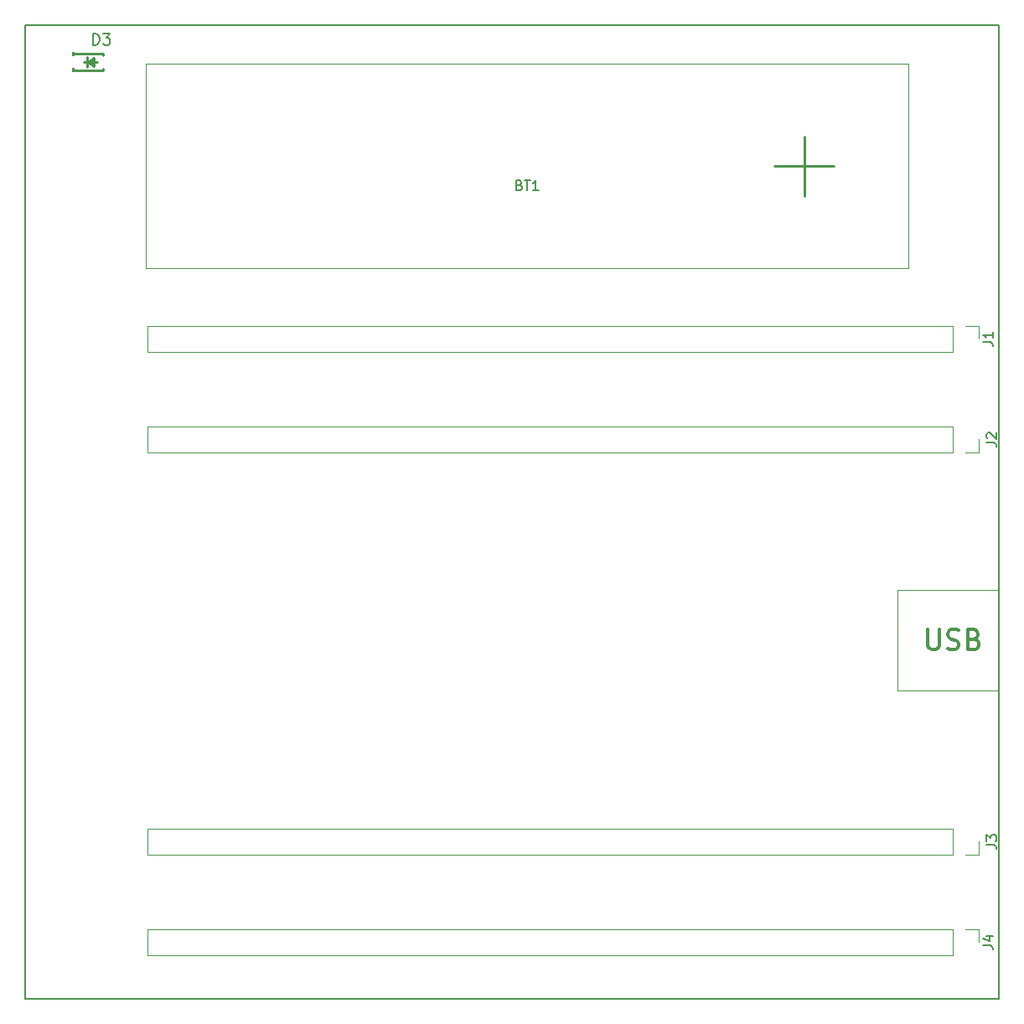
<source format=gbr>
%TF.GenerationSoftware,KiCad,Pcbnew,(6.0.2-0)*%
%TF.CreationDate,2022-03-20T10:30:07+02:00*%
%TF.ProjectId,main,6d61696e-2e6b-4696-9361-645f70636258,rev?*%
%TF.SameCoordinates,Original*%
%TF.FileFunction,Legend,Top*%
%TF.FilePolarity,Positive*%
%FSLAX46Y46*%
G04 Gerber Fmt 4.6, Leading zero omitted, Abs format (unit mm)*
G04 Created by KiCad (PCBNEW (6.0.2-0)) date 2022-03-20 10:30:07*
%MOMM*%
%LPD*%
G01*
G04 APERTURE LIST*
%ADD10C,0.150000*%
%ADD11C,0.100000*%
%ADD12C,0.300000*%
%ADD13C,0.152000*%
%ADD14C,0.120000*%
%ADD15C,0.250000*%
%ADD16C,0.254000*%
G04 APERTURE END LIST*
D10*
X90275800Y-33763700D02*
X188650000Y-33763700D01*
X188650000Y-33763700D02*
X188650000Y-132150000D01*
X188650000Y-132150000D02*
X90275800Y-132150000D01*
X90275800Y-132150000D02*
X90275800Y-33763700D01*
D11*
X178440000Y-90840000D02*
X188600000Y-90840000D01*
X188600000Y-90840000D02*
X188600000Y-101000000D01*
X188600000Y-101000000D02*
X178440000Y-101000000D01*
X178440000Y-101000000D02*
X178440000Y-90840000D01*
D12*
X181486190Y-94834761D02*
X181486190Y-96453809D01*
X181581428Y-96644285D01*
X181676666Y-96739523D01*
X181867142Y-96834761D01*
X182248095Y-96834761D01*
X182438571Y-96739523D01*
X182533809Y-96644285D01*
X182629047Y-96453809D01*
X182629047Y-94834761D01*
X183486190Y-96739523D02*
X183771904Y-96834761D01*
X184248095Y-96834761D01*
X184438571Y-96739523D01*
X184533809Y-96644285D01*
X184629047Y-96453809D01*
X184629047Y-96263333D01*
X184533809Y-96072857D01*
X184438571Y-95977619D01*
X184248095Y-95882380D01*
X183867142Y-95787142D01*
X183676666Y-95691904D01*
X183581428Y-95596666D01*
X183486190Y-95406190D01*
X183486190Y-95215714D01*
X183581428Y-95025238D01*
X183676666Y-94930000D01*
X183867142Y-94834761D01*
X184343333Y-94834761D01*
X184629047Y-94930000D01*
X186152857Y-95787142D02*
X186438571Y-95882380D01*
X186533809Y-95977619D01*
X186629047Y-96168095D01*
X186629047Y-96453809D01*
X186533809Y-96644285D01*
X186438571Y-96739523D01*
X186248095Y-96834761D01*
X185486190Y-96834761D01*
X185486190Y-94834761D01*
X186152857Y-94834761D01*
X186343333Y-94930000D01*
X186438571Y-95025238D01*
X186533809Y-95215714D01*
X186533809Y-95406190D01*
X186438571Y-95596666D01*
X186343333Y-95691904D01*
X186152857Y-95787142D01*
X185486190Y-95787142D01*
D10*
%TO.C,J2*%
X187412380Y-75943333D02*
X188126666Y-75943333D01*
X188269523Y-75990952D01*
X188364761Y-76086190D01*
X188412380Y-76229047D01*
X188412380Y-76324285D01*
X187507619Y-75514761D02*
X187460000Y-75467142D01*
X187412380Y-75371904D01*
X187412380Y-75133809D01*
X187460000Y-75038571D01*
X187507619Y-74990952D01*
X187602857Y-74943333D01*
X187698095Y-74943333D01*
X187840952Y-74990952D01*
X188412380Y-75562380D01*
X188412380Y-74943333D01*
%TO.C,J1*%
X187062380Y-65783333D02*
X187776666Y-65783333D01*
X187919523Y-65830952D01*
X188014761Y-65926190D01*
X188062380Y-66069047D01*
X188062380Y-66164285D01*
X188062380Y-64783333D02*
X188062380Y-65354761D01*
X188062380Y-65069047D02*
X187062380Y-65069047D01*
X187205238Y-65164285D01*
X187300476Y-65259523D01*
X187348095Y-65354761D01*
%TO.C,J4*%
X187062380Y-126743333D02*
X187776666Y-126743333D01*
X187919523Y-126790952D01*
X188014761Y-126886190D01*
X188062380Y-127029047D01*
X188062380Y-127124285D01*
X187395714Y-125838571D02*
X188062380Y-125838571D01*
X187014761Y-126076666D02*
X187729047Y-126314761D01*
X187729047Y-125695714D01*
%TO.C,BT1*%
X140214285Y-49928571D02*
X140357142Y-49976190D01*
X140404761Y-50023809D01*
X140452380Y-50119047D01*
X140452380Y-50261904D01*
X140404761Y-50357142D01*
X140357142Y-50404761D01*
X140261904Y-50452380D01*
X139880952Y-50452380D01*
X139880952Y-49452380D01*
X140214285Y-49452380D01*
X140309523Y-49500000D01*
X140357142Y-49547619D01*
X140404761Y-49642857D01*
X140404761Y-49738095D01*
X140357142Y-49833333D01*
X140309523Y-49880952D01*
X140214285Y-49928571D01*
X139880952Y-49928571D01*
X140738095Y-49452380D02*
X141309523Y-49452380D01*
X141023809Y-50452380D02*
X141023809Y-49452380D01*
X142166666Y-50452380D02*
X141595238Y-50452380D01*
X141880952Y-50452380D02*
X141880952Y-49452380D01*
X141785714Y-49595238D01*
X141690476Y-49690476D01*
X141595238Y-49738095D01*
D13*
%TO.C,D3*%
X97120942Y-35767071D02*
X97120942Y-34624071D01*
X97393085Y-34624071D01*
X97556371Y-34678500D01*
X97665228Y-34787357D01*
X97719657Y-34896214D01*
X97774085Y-35113928D01*
X97774085Y-35277214D01*
X97719657Y-35494928D01*
X97665228Y-35603785D01*
X97556371Y-35712642D01*
X97393085Y-35767071D01*
X97120942Y-35767071D01*
X98155085Y-34624071D02*
X98862657Y-34624071D01*
X98481657Y-35059500D01*
X98644942Y-35059500D01*
X98753800Y-35113928D01*
X98808228Y-35168357D01*
X98862657Y-35277214D01*
X98862657Y-35549357D01*
X98808228Y-35658214D01*
X98753800Y-35712642D01*
X98644942Y-35767071D01*
X98318371Y-35767071D01*
X98209514Y-35712642D01*
X98155085Y-35658214D01*
D10*
%TO.C,J3*%
X187412380Y-116583333D02*
X188126666Y-116583333D01*
X188269523Y-116630952D01*
X188364761Y-116726190D01*
X188412380Y-116869047D01*
X188412380Y-116964285D01*
X187412380Y-116202380D02*
X187412380Y-115583333D01*
X187793333Y-115916666D01*
X187793333Y-115773809D01*
X187840952Y-115678571D01*
X187888571Y-115630952D01*
X187983809Y-115583333D01*
X188221904Y-115583333D01*
X188317142Y-115630952D01*
X188364761Y-115678571D01*
X188412380Y-115773809D01*
X188412380Y-116059523D01*
X188364761Y-116154761D01*
X188317142Y-116202380D01*
D14*
%TO.C,J2*%
X186610000Y-76940000D02*
X185280000Y-76940000D01*
X184010000Y-74280000D02*
X102670000Y-74280000D01*
X184010000Y-74280000D02*
X184010000Y-76940000D01*
X102670000Y-74280000D02*
X102670000Y-76940000D01*
X186610000Y-75610000D02*
X186610000Y-76940000D01*
X184010000Y-76940000D02*
X102670000Y-76940000D01*
%TO.C,J1*%
X185280000Y-64120000D02*
X186610000Y-64120000D01*
X184010000Y-66780000D02*
X102670000Y-66780000D01*
X184010000Y-64120000D02*
X184010000Y-66780000D01*
X186610000Y-64120000D02*
X186610000Y-65450000D01*
X102670000Y-64120000D02*
X102670000Y-66780000D01*
X184010000Y-64120000D02*
X102670000Y-64120000D01*
%TO.C,J4*%
X185280000Y-125080000D02*
X186610000Y-125080000D01*
X184010000Y-125080000D02*
X184010000Y-127740000D01*
X102670000Y-125080000D02*
X102670000Y-127740000D01*
X186610000Y-125080000D02*
X186610000Y-126410000D01*
X184010000Y-127740000D02*
X102670000Y-127740000D01*
X184010000Y-125080000D02*
X102670000Y-125080000D01*
%TO.C,BT1*%
X102470000Y-58330000D02*
X102470000Y-37670000D01*
X179530000Y-58330000D02*
X102470000Y-58330000D01*
D15*
X169000000Y-45000000D02*
X169000000Y-51000000D01*
D14*
X102470000Y-37670000D02*
X179530000Y-37670000D01*
X179530000Y-37670000D02*
X179530000Y-58330000D01*
D15*
X166000000Y-48000000D02*
X172000000Y-48000000D01*
D16*
%TO.C,D3*%
X98146000Y-38340400D02*
X95454000Y-38340400D01*
X95157000Y-36640400D02*
X95156000Y-36641400D01*
X96520000Y-37490400D02*
X96190000Y-37490400D01*
X96546000Y-36982400D02*
X96546000Y-37998400D01*
X97206000Y-37490400D02*
X97520000Y-37490400D01*
X95454000Y-36640400D02*
X95157000Y-36640400D01*
X96622000Y-37490400D02*
X97206000Y-37084400D01*
X98146000Y-36640400D02*
X98146000Y-36784400D01*
X97206000Y-37084400D02*
X97206000Y-37896400D01*
X95454000Y-38340400D02*
X95162000Y-38340400D01*
X95454000Y-36640400D02*
X98146000Y-36640400D01*
X98146000Y-38196400D02*
X98146000Y-38340400D01*
X97206000Y-37896400D02*
X96622000Y-37490400D01*
X95162000Y-38340400D02*
X95161000Y-38339400D01*
G36*
X97206000Y-37896400D02*
G01*
X96622000Y-37490400D01*
X97206000Y-37084400D01*
X97206000Y-37896400D01*
G37*
G36*
X95298000Y-36883400D02*
G01*
X94994000Y-36883400D01*
X94994000Y-36513400D01*
X95298000Y-36513400D01*
X95298000Y-36883400D01*
G37*
G36*
X95298000Y-38467400D02*
G01*
X94994000Y-38467400D01*
X94994000Y-38097400D01*
X95298000Y-38097400D01*
X95298000Y-38467400D01*
G37*
D14*
%TO.C,J3*%
X184010000Y-114920000D02*
X184010000Y-117580000D01*
X186610000Y-117580000D02*
X185280000Y-117580000D01*
X102670000Y-114920000D02*
X102670000Y-117580000D01*
X184010000Y-114920000D02*
X102670000Y-114920000D01*
X186610000Y-116250000D02*
X186610000Y-117580000D01*
X184010000Y-117580000D02*
X102670000Y-117580000D01*
%TD*%
M02*

</source>
